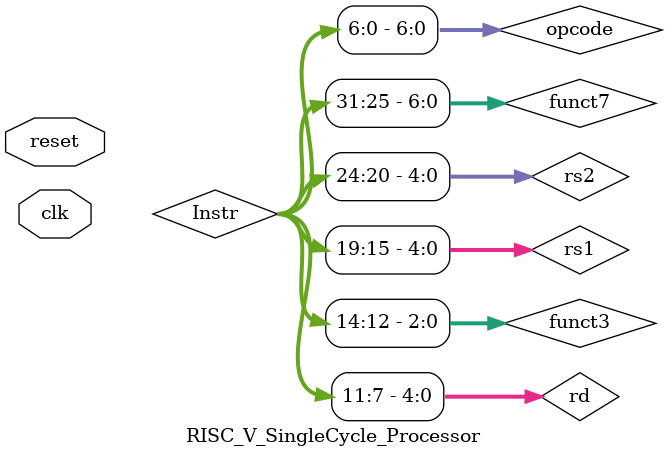
<source format=v>
module RISC_V_SingleCycle_Processor (
    input wire clk,
    input wire reset
);

    // ========= PC =========
    wire [31:0] PC, PCNext;
    wire PCSrc;
    wire [31:0] ImmExt; 
    wire [31:0] Result; 
    Program_Counter pc_reg (
        .NextPC(PCNext),
        .areset(reset),
        .clk(clk),
        .Load(1'b1),   
        .PC(PC)
    );

    Next_PC_logic pc_next_logic (
        .PC(PC),
        .ImmExt(ImmExt),
        .PCSrc(PCSrc),
        .PCNext(PCNext)
    );

    // ========= Instruction Memory =========
    wire [31:0] Instr;

    Instruction_Memory instr_mem (
        .address(PC),
        .Instr(Instr)
    );

    // ========= Instruction Fields =========
    wire [6:0] opcode = Instr[6:0];
    wire [4:0] rd     = Instr[11:7];
    wire [2:0] funct3 = Instr[14:12];
    wire [4:0] rs1    = Instr[19:15];
    wire [4:0] rs2    = Instr[24:20];
    wire [6:0] funct7 = Instr[31:25];

    // ========= Control Signals =========
    wire RegWrite, ALUSrc, MemWrite, ResultSrc, Branch;
    wire [1:0] ALUOp, ImmSrc;

    Control_Unit_Main_Decoder main_decoder (
        .Opcode(opcode),
        .RegWrite(RegWrite),
        .ImmSrc(ImmSrc),
        .ALUSrc(ALUSrc),
        .MemWrite(MemWrite),
        .ResultSrc(ResultSrc),
        .Branch(Branch),
        .ALUOp(ALUOp)
    );

    // ========= Register File =========
    wire [31:0] RD1, RD2;

    Register_File reg_file (
        .clk(clk),
        .WE3(RegWrite),
        .rst(reset),
        .A1(rs1),
        .A2(rs2),
        .A3(rd),
        .WD3(Result),
        .RD1(RD1),
        .RD2(RD2)
    );

    // ========= Sign Extend =========
    

    Sign_Extend sign_extend (
        .Instr(Instr),
        .ImmSrc(ImmSrc),
        .ImmExt(ImmExt)
    );

    // ========= ALU Decoder =========
    wire [2:0] ALUControl;

    Control_Unit_ALU_Decoder alu_decoder (
        .ALUOP(ALUOp),
        .funct3(funct3),
        .op5(funct7[5]),
        .funct7(funct7[0]),   
        .ALUcontrol(ALUControl)
    );

    // ========= ALU =========
    wire [31:0] SrcB, ALUResult;
    wire Zero_Flag, Sign_Flag;

    MUX2x1 #(.WIDTH(32)) alu_src_mux (
        .in0(RD2),
        .in1(ImmExt),
        .sel(ALUSrc),
        .out(SrcB)
    );

    ALU alu_unit (
        .ALU_Control(ALUControl),
        .A(RD1),
        .B(SrcB),
        .Zero_Flag(Zero_Flag),
        .Sign_Flag(Sign_Flag),
        .ALU_Result(ALUResult)
    );

    // ========= Data Memory =========
    wire [31:0] ReadData;

    Data_Memory data_mem (
        .WE(MemWrite),
        .clk(clk),
        .A(ALUResult),
        .WD(RD2),
        .RD(ReadData)
    );

    // ========= Result MUX =========
     

    MUX2x1 #(.WIDTH(32)) result_mux (
        .in0(ALUResult),
        .in1(ReadData),
        .sel(ResultSrc),
        .out(Result)
    );

    // ========= Branch Logic =========
    Branch_Control_Logic branch_logic (
        .Zero_Flag(Zero_Flag),
        .Sign_Flag(Sign_Flag),
        .Branch(Branch),
        .funct3(funct3),
        .PCSrc(PCSrc)
    );

endmodule


</source>
